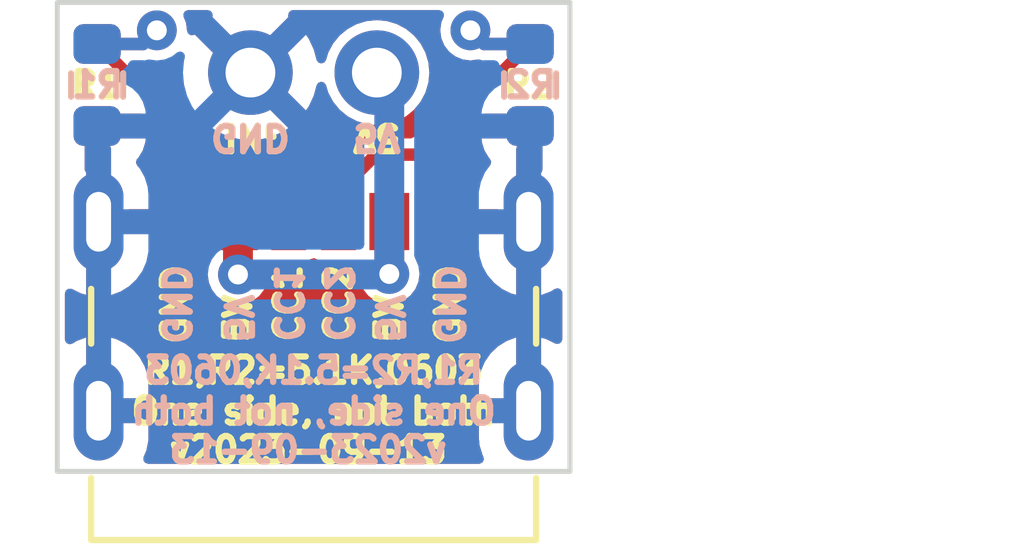
<source format=kicad_pcb>
(kicad_pcb (version 20221018) (generator pcbnew)
  (layers (0 "F.Cu" signal) (31 "B.Cu" signal) (34 "B.Paste" user) (35 "F.Paste" user) (36 "B.SilkS" user "B.Silkscreen") (37 "F.SilkS" user "F.Silkscreen") (38 "B.Mask" user) (39 "F.Mask" user) (44 "Edge.Cuts" user))
  (property "BoardVer" "v2023-09-13")
  (net 0 "")
  (net 1 "GND")
  (net 2 "/CC1")
  (net 3 "/5V")
  (net 4 "/CC2")
  (footprint "Hubtech_Custom:USB Type C Female Receptacle - 6 Pin Power" (layer "F.Cu") (at 150 80)
    (fp_text reference "J1" hide)
    (fp_text value "USB Type C Female Receptacle - 6 Pin Power")
    (fp_line (start -4.47 2.45) (end -4.47 1.35) (stroke (width 0.127)) (layer "F.SilkS"))
    (fp_line (start -4.47 6.4) (end -4.47 5.15) (stroke (width 0.127)) (layer "F.SilkS"))
    (fp_line (start -4.47 6.4) (end 4.47 6.4) (stroke (width 0.127)) (layer "F.SilkS"))
    (fp_line (start 4.47 2.45) (end 4.47 1.35) (stroke (width 0.127)) (layer "F.SilkS"))
    (fp_line (start 4.47 6.4) (end 4.47 5.15) (stroke (width 0.127)) (layer "F.SilkS"))
    (pad "A5" smd rect (at -0.5 -0.005 90) (size 1.15 0.7) (layers "F.Cu" "F.Paste" "F.Mask") (net 2 "/CC1"))
    (pad "A9" smd rect (at 1.52 -0.005 90) (size 1.15 0.8) (layers "F.Cu" "F.Paste" "F.Mask") (net 3 "/5V"))
    (pad "A12" smd rect (at 2.75 -0.005 90) (size 1.15 0.9) (layers "F.Cu" "F.Paste" "F.Mask") (net 1 "GND"))
    (pad "B5" smd rect (at 0.5 -0.005 90) (size 1.15 0.7) (layers "F.Cu" "F.Paste" "F.Mask") (net 4 "/CC2"))
    (pad "B9" smd rect (at -1.52 -0.005 90) (size 1.15 0.8) (layers "F.Cu" "F.Paste" "F.Mask") (net 3 "/5V"))
    (pad "B12" smd rect (at -2.75 -0.005 90) (size 1.15 0.9) (layers "F.Cu" "F.Paste" "F.Mask") (net 1 "GND"))
    (pad "S1" thru_hole oval (at -4.32 0) (size 1 2) (drill oval 0.5 1.2) (layers "*.Cu" "*.Mask") (net 1 "GND"))
    (pad "S2" thru_hole oval (at 4.32 0) (size 1 2) (drill oval 0.5 1.2) (layers "*.Cu" "*.Mask") (net 1 "GND"))
    (pad "S3" thru_hole oval (at -4.32 3.8) (size 1 2) (drill oval 0.5 1.2) (layers "*.Cu" "*.Mask") (net 1 "GND"))
    (pad "S4" thru_hole oval (at 4.32 3.8) (size 1 2) (drill oval 0.5 1.2) (layers "*.Cu" "*.Mask") (net 1 "GND"))
  )
  (footprint "Hubtech_Custom:Proto-Hole" (layer "F.Cu") (at 151.27 77 -90)
    (fp_text reference "J2" hide)
    (fp_text value "Conn_01x01" hide)
    (pad "1" thru_hole circle (at 0 0 270) (size 1.7 1.7) (drill 1) (layers "*.Cu" "*.Mask") (net 3 "/5V"))
  )
  (footprint "Hubtech_Custom:Proto-Hole" (layer "F.Cu") (at 148.73 77 -90)
    (fp_text reference "J3" hide)
    (fp_text value "Conn_01x01" hide)
    (pad "1" thru_hole circle (at 0 0 270) (size 1.7 1.7) (drill 1) (layers "*.Cu" "*.Mask") (net 1 "GND"))
  )
  (footprint "Resistor_SMD:R_0603_1608Metric" (layer "F.Cu") (at 154.35 77.25 -90)
    (fp_text reference "R2" (at 0 0.01 -180) (layer "F.SilkS") (effects (font (size 0.51 0.51) (thickness 0.127))))
    (fp_text value "5.1K")
    (fp_line (start -0.237258 -0.5225) (end 0.237258 -0.5225) (stroke (width 0.12)) (layer "F.SilkS"))
    (fp_line (start -0.237258 0.5225) (end 0.237258 0.5225) (stroke (width 0.12)) (layer "F.SilkS"))
    (pad "1" smd roundrect (at -0.825 0 270) (size 0.8 0.95) (layers "F.Cu" "F.Paste" "F.Mask") (net 4 "/CC2"))
    (pad "2" smd roundrect (at 0.825 0 270) (size 0.8 0.95) (layers "F.Cu" "F.Paste" "F.Mask") (net 1 "GND"))
  )
  (footprint "Resistor_SMD:R_0603_1608Metric" (layer "F.Cu") (at 145.65 77.25 -90)
    (fp_text reference "R1" (at 0 0.01 180) (layer "F.SilkS") (effects (font (size 0.51 0.51) (thickness 0.127) bold)))
    (fp_text value "5.1K")
    (fp_line (start -0.237258 -0.5225) (end 0.237258 -0.5225) (stroke (width 0.12)) (layer "F.SilkS"))
    (fp_line (start -0.237258 0.5225) (end 0.237258 0.5225) (stroke (width 0.12)) (layer "F.SilkS"))
    (pad "1" smd roundrect (at -0.825 0 270) (size 0.8 0.95) (layers "F.Cu" "F.Paste" "F.Mask") (net 2 "/CC1"))
    (pad "2" smd roundrect (at 0.825 0 270) (size 0.8 0.95) (layers "F.Cu" "F.Paste" "F.Mask") (net 1 "GND"))
  )
  (footprint "Resistor_SMD:R_0603_1608Metric" (layer "B.Cu") (at 154.35 77.25 -90)
    (fp_text reference "R2" (at 0 -0.01) (layer "B.SilkS") (effects (font (size 0.51 0.51) (thickness 0.127)) (justify mirror)))
    (fp_text value "5.1K")
    (fp_line (start -0.237258 -0.5225) (end 0.237258 -0.5225) (stroke (width 0.12)) (layer "B.SilkS"))
    (fp_line (start -0.237258 0.5225) (end 0.237258 0.5225) (stroke (width 0.12)) (layer "B.SilkS"))
    (pad "1" smd roundrect (at -0.825 0 270) (size 0.8 0.95) (layers "B.Cu" "B.Paste" "B.Mask") (net 4 "/CC2"))
    (pad "2" smd roundrect (at 0.825 0 270) (size 0.8 0.95) (layers "B.Cu" "B.Paste" "B.Mask") (net 1 "GND"))
  )
  (footprint "Resistor_SMD:R_0603_1608Metric" (layer "B.Cu") (at 145.65 77.25 -90)
    (fp_text reference "R1" (at 0 -0.01) (layer "B.SilkS") (effects (font (size 0.51 0.51) (thickness 0.127)) (justify mirror)))
    (fp_text value "5.1K")
    (fp_line (start -0.237258 -0.5225) (end 0.237258 -0.5225) (stroke (width 0.12)) (layer "B.SilkS"))
    (fp_line (start -0.237258 0.5225) (end 0.237258 0.5225) (stroke (width 0.12)) (layer "B.SilkS"))
    (pad "1" smd roundrect (at -0.825 0 270) (size 0.8 0.95) (layers "B.Cu" "B.Paste" "B.Mask") (net 2 "/CC1"))
    (pad "2" smd roundrect (at 0.825 0 270) (size 0.8 0.95) (layers "B.Cu" "B.Paste" "B.Mask") (net 1 "GND"))
  )
  (gr_rect (start 144.85 75.59) (end 155.15 85.02) (stroke (width 0.1)) (fill none) (layer "Edge.Cuts"))
  (gr_text "CC2" (at 150.5 80.8 -90) (layer "B.SilkS") (effects (font (size 0.51 0.51) (thickness 0.127) bold) (justify right mirror)))
  (gr_text "5V" (at 151.52 81.4 -90) (layer "B.SilkS") (effects (font (size 0.51 0.51) (thickness 0.127) bold) (justify right mirror)))
  (gr_text "${BoardVer}" (at 149.89 84.59) (layer "B.SilkS") (effects (font (size 0.51 0.51) (thickness 0.127) bold) (justify mirror)))
  (gr_text "5V" (at 151.27 78.3 -180) (layer "B.SilkS") (effects (font (size 0.51 0.51) (thickness 0.127) bold) (justify mirror)))
  (gr_text "5V" (at 148.48 81.4 -90) (layer "B.SilkS") (effects (font (size 0.51 0.51) (thickness 0.127) bold) (justify right mirror)))
  (gr_text "R1,R2=5.1K,0603\nOne side, not both" (at 150 83.4) (layer "B.SilkS") (effects (font (size 0.51 0.51) (thickness 0.127) bold) (justify mirror)))
  (gr_text "GND" (at 147.23 80.8 -90) (layer "B.SilkS") (effects (font (size 0.51 0.51) (thickness 0.127) bold) (justify right mirror)))
  (gr_text "CC1" (at 149.49 80.8 -90) (layer "B.SilkS") (effects (font (size 0.51 0.51) (thickness 0.127) bold) (justify right mirror)))
  (gr_text "GND" (at 152.73 80.8 -90) (layer "B.SilkS") (effects (font (size 0.51 0.51) (thickness 0.127) bold) (justify right mirror)))
  (gr_text "GND" (at 148.73 78.3 -180) (layer "B.SilkS") (effects (font (size 0.51 0.51) (thickness 0.127) bold) (justify mirror)))
  (gr_text "CC2" (at 150.5 80.8 90) (layer "F.SilkS") (effects (font (size 0.51 0.51) (thickness 0.127) bold) (justify right)))
  (gr_text "${BoardVer}" (at 149.89 84.59) (layer "F.SilkS") (effects (font (size 0.51 0.51) (thickness 0.127) bold)))
  (gr_text "GND" (at 148.73 78.3 180) (layer "F.SilkS") (effects (font (size 0.51 0.51) (thickness 0.127) bold)))
  (gr_text "5V" (at 151.27 78.3 180) (layer "F.SilkS") (effects (font (size 0.51 0.51) (thickness 0.127) bold)))
  (gr_text "5V" (at 151.52 81.4 90) (layer "F.SilkS") (effects (font (size 0.51 0.51) (thickness 0.127) bold) (justify right)))
  (gr_text "GND" (at 147.23 80.8 90) (layer "F.SilkS") (effects (font (size 0.51 0.51) (thickness 0.127) bold) (justify right)))
  (gr_text "CC1" (at 149.49 80.8 90) (layer "F.SilkS") (effects (font (size 0.51 0.51) (thickness 0.127) bold) (justify right)))
  (gr_text "5V" (at 148.48 81.4 90) (layer "F.SilkS") (effects (font (size 0.51 0.51) (thickness 0.127) bold) (justify right)))
  (gr_text "GND" (at 152.73 80.8 90) (layer "F.SilkS") (effects (font (size 0.51 0.51) (thickness 0.127) bold) (justify right)))
  (gr_text "R1,R2=5.1K,0603\nOne side, not both" (at 150 83.4) (layer "F.SilkS") (effects (font (size 0.51 0.51) (thickness 0.127) bold)))
  (segment (start 145.65 76.425) (end 146.575 76.425) (width 0.25) (layer "F.Cu") (net 2))
  (segment (start 146.575 76.425) (end 146.85 76.15) (width 0.25) (layer "F.Cu") (net 2))
  (segment (start 149.5 79.995) (end 149.5 79.39) (width 0.25) (layer "F.Cu") (net 2))
  (segment (start 147.875 78.65) (end 145.65 76.425) (width 0.25) (layer "F.Cu") (net 2))
  (segment (start 149.5 79.39) (end 148.76 78.65) (width 0.25) (layer "F.Cu") (net 2))
  (segment (start 148.76 78.65) (end 147.875 78.65) (width 0.25) (layer "F.Cu") (net 2))
  (via (at 146.85 76.15) (size 0.8) (drill 0.4) (layers "F.Cu" "B.Cu") (net 2))
  (segment (start 146.575 76.425) (end 146.85 76.15) (width 0.25) (layer "B.Cu") (net 2))
  (segment (start 145.65 76.425) (end 146.575 76.425) (width 0.25) (layer "B.Cu") (net 2))
  (segment (start 151.52 79.995) (end 151.52 81.05) (width 0.6) (layer "F.Cu") (net 3))
  (segment (start 148.48 79.995) (end 148.48 81.06) (width 0.6) (layer "F.Cu") (net 3))
  (via (at 151.52 81.05) (size 0.8) (drill 0.4) (layers "F.Cu" "B.Cu") (net 3))
  (via (at 148.48 81.06) (size 0.8) (drill 0.4) (layers "F.Cu" "B.Cu") (net 3))
  (segment (start 151.51 81.06) (end 151.52 81.05) (width 0.6) (layer "B.Cu") (net 3))
  (segment (start 151.27 77.13) (end 151.52 77.38) (width 0.6) (layer "B.Cu") (net 3))
  (segment (start 151.52 81.05) (end 151.52 77.38) (width 0.6) (layer "B.Cu") (net 3))
  (segment (start 151.27 77) (end 151.27 77.13) (width 0.6) (layer "B.Cu") (net 3))
  (segment (start 148.48 81.06) (end 151.51 81.06) (width 0.6) (layer "B.Cu") (net 3))
  (segment (start 152.125 78.65) (end 154.35 76.425) (width 0.25) (layer "F.Cu") (net 4))
  (segment (start 154.35 76.425) (end 153.425 76.425) (width 0.25) (layer "F.Cu") (net 4))
  (segment (start 153.425 76.425) (end 153.15 76.15) (width 0.25) (layer "F.Cu") (net 4))
  (segment (start 151.25 78.65) (end 152.125 78.65) (width 0.25) (layer "F.Cu") (net 4))
  (segment (start 150.5 79.4) (end 151.25 78.65) (width 0.25) (layer "F.Cu") (net 4))
  (segment (start 150.5 79.995) (end 150.5 79.4) (width 0.25) (layer "F.Cu") (net 4))
  (via (at 153.15 76.15) (size 0.8) (drill 0.4) (layers "F.Cu" "B.Cu") (net 4))
  (segment (start 153.425 76.425) (end 153.15 76.15) (width 0.25) (layer "B.Cu") (net 4))
  (segment (start 154.35 76.425) (end 153.425 76.425) (width 0.25) (layer "B.Cu") (net 4))
  (zone (net 1) (net_name "GND") (layers "F&B.Cu") (connect_pads (clearance 0.2)) (min_thickness 0.2) (fill yes (thermal_gap 0.5) (thermal_bridge_width 0.5))
    (polygon (pts (xy 144.89 75.59) (xy 144.9 85.01) (xy 155.1 85.01) (xy 155.11 75.59)))
  )
)
</source>
